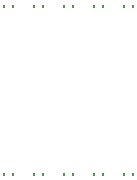
<source format=gbo>
G04*
G04 #@! TF.GenerationSoftware,Altium Limited,Altium Designer,19.0.15 (446)*
G04*
G04 Layer_Color=32896*
%FSLAX25Y25*%
%MOIN*%
G70*
G01*
G75*
%ADD13C,0.00787*%
D13*
X325772Y202303D02*
Y202697D01*
X323016Y202303D02*
Y202697D01*
X325772Y258303D02*
Y258697D01*
X323016Y258303D02*
Y258697D01*
X335772Y258303D02*
Y258697D01*
X333016Y258303D02*
Y258697D01*
X305772Y258303D02*
Y258697D01*
X303016Y258303D02*
Y258697D01*
X315772Y258303D02*
Y258697D01*
X313016Y258303D02*
Y258697D01*
X303016Y202303D02*
Y202697D01*
X305772Y202303D02*
Y202697D01*
X343016Y202303D02*
Y202697D01*
X345772Y202303D02*
Y202697D01*
X333016Y202303D02*
Y202697D01*
X335772Y202303D02*
Y202697D01*
X313016Y202303D02*
Y202697D01*
X315772Y202303D02*
Y202697D01*
X345772Y258303D02*
Y258697D01*
X343016Y258303D02*
Y258697D01*
M02*

</source>
